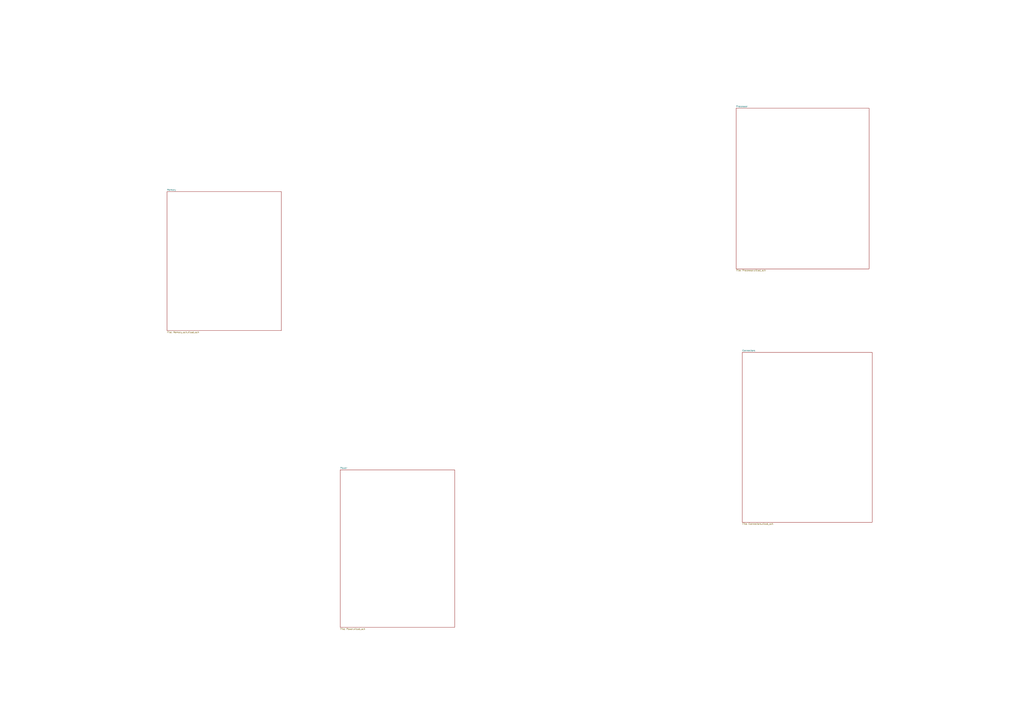
<source format=kicad_sch>
(kicad_sch
	(version 20231120)
	(generator "eeschema")
	(generator_version "8.0")
	(uuid "e82fc437-413b-4185-b609-66f66e24e498")
	(paper "A1")
	(lib_symbols)
	(sheet
		(at 604.52 88.9)
		(size 109.22 132.08)
		(fields_autoplaced yes)
		(stroke
			(width 0.1524)
			(type solid)
		)
		(fill
			(color 0 0 0 0.0000)
		)
		(uuid "0ea4c833-27a6-4c6c-939d-80a3ef0aae04")
		(property "Sheetname" "Processor"
			(at 604.52 88.1884 0)
			(effects
				(font
					(size 1.27 1.27)
				)
				(justify left bottom)
			)
		)
		(property "Sheetfile" "Processor.kicad_sch"
			(at 604.52 221.5646 0)
			(effects
				(font
					(size 1.27 1.27)
				)
				(justify left top)
			)
		)
		(instances
			(project "NXP_SBC"
				(path "/e82fc437-413b-4185-b609-66f66e24e498"
					(page "2")
				)
			)
		)
	)
	(sheet
		(at 609.6 289.56)
		(size 106.68 139.7)
		(fields_autoplaced yes)
		(stroke
			(width 0.1524)
			(type solid)
		)
		(fill
			(color 0 0 0 0.0000)
		)
		(uuid "2f429e38-2ff0-4459-8cd3-c55c2d765364")
		(property "Sheetname" "Connectors"
			(at 609.6 288.8484 0)
			(effects
				(font
					(size 1.27 1.27)
				)
				(justify left bottom)
			)
		)
		(property "Sheetfile" "Connectors.kicad_sch"
			(at 609.6 429.8446 0)
			(effects
				(font
					(size 1.27 1.27)
				)
				(justify left top)
			)
		)
		(instances
			(project "NXP_SBC"
				(path "/e82fc437-413b-4185-b609-66f66e24e498"
					(page "4")
				)
			)
		)
	)
	(sheet
		(at 279.4 386.08)
		(size 93.98 129.54)
		(fields_autoplaced yes)
		(stroke
			(width 0.1524)
			(type solid)
		)
		(fill
			(color 0 0 0 0.0000)
		)
		(uuid "81dbb7fb-7b83-45a6-930f-5a417c0199b9")
		(property "Sheetname" "Power"
			(at 279.4 385.3684 0)
			(effects
				(font
					(size 1.27 1.27)
				)
				(justify left bottom)
			)
		)
		(property "Sheetfile" "Power.kicad_sch"
			(at 279.4 516.2046 0)
			(effects
				(font
					(size 1.27 1.27)
				)
				(justify left top)
			)
		)
		(instances
			(project "NXP_SBC"
				(path "/e82fc437-413b-4185-b609-66f66e24e498"
					(page "5")
				)
			)
		)
	)
	(sheet
		(at 137.16 157.48)
		(size 93.98 114.3)
		(fields_autoplaced yes)
		(stroke
			(width 0.1524)
			(type solid)
		)
		(fill
			(color 0 0 0 0.0000)
		)
		(uuid "cf3598eb-c9d5-4140-bda5-3b7546e36109")
		(property "Sheetname" "Memory"
			(at 137.16 156.7684 0)
			(effects
				(font
					(size 1.27 1.27)
				)
				(justify left bottom)
			)
		)
		(property "Sheetfile" "Memory_sch.kicad_sch"
			(at 137.16 272.3646 0)
			(effects
				(font
					(size 1.27 1.27)
				)
				(justify left top)
			)
		)
		(instances
			(project "NXP_SBC"
				(path "/e82fc437-413b-4185-b609-66f66e24e498"
					(page "3")
				)
			)
		)
	)
	(sheet_instances
		(path "/"
			(page "1")
		)
	)
)

</source>
